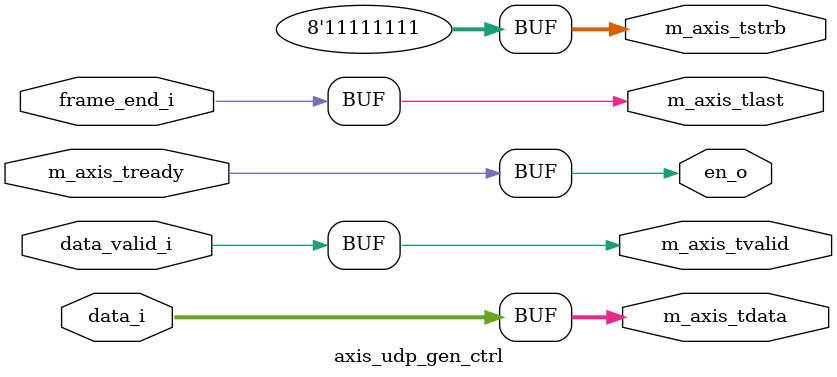
<source format=sv>
`timescale 1 ns / 1 ps

module axis_udp_gen_ctrl #
(
  parameter unsigned AXIS_DATA_WIDTH	= 64
)
(
  output logic                                 m_axis_tvalid,
  output logic [AXIS_DATA_WIDTH - 1 : 0]       m_axis_tdata,
  output logic [(AXIS_DATA_WIDTH / 8) - 1 : 0] m_axis_tstrb,
  output logic                                 m_axis_tlast,
  input  logic                                 m_axis_tready,
  
  output logic                                 en_o,
 // udp_gen_inf                                  data_inf
 input logic [AXIS_DATA_WIDTH - 1 : 0]  data_i    , 
 input logic data_valid_i,
 input logic frame_end_i
);

  always_comb
    begin
      m_axis_tvalid = data_valid_i;
      m_axis_tdata  = data_i;
      m_axis_tstrb  = 8'hff;
      m_axis_tlast  = frame_end_i;
      en_o          = m_axis_tready;
    end


endmodule

</source>
